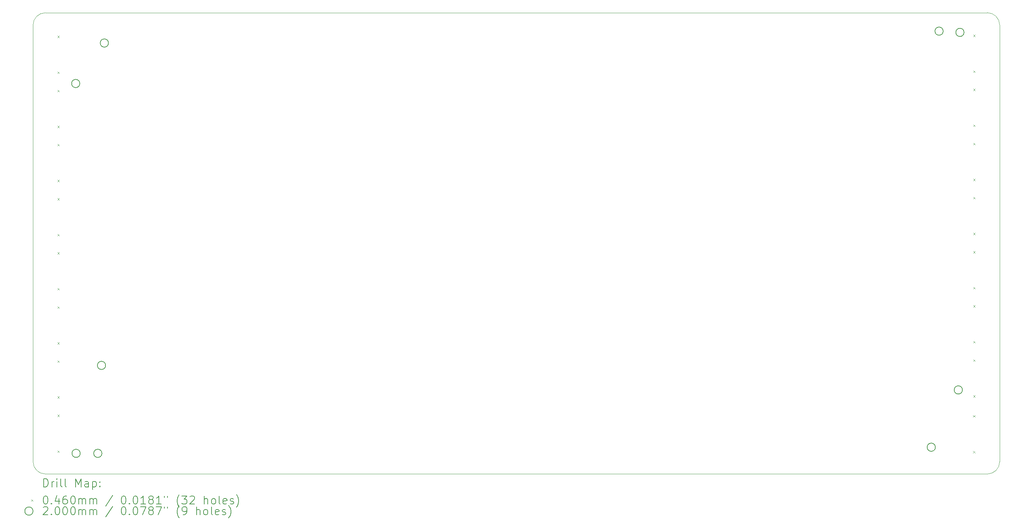
<source format=gbr>
%TF.GenerationSoftware,KiCad,Pcbnew,8.0.3*%
%TF.CreationDate,2024-07-10T09:14:41+07:00*%
%TF.ProjectId,probe,70726f62-652e-46b6-9963-61645f706362,rev?*%
%TF.SameCoordinates,Original*%
%TF.FileFunction,Drillmap*%
%TF.FilePolarity,Positive*%
%FSLAX45Y45*%
G04 Gerber Fmt 4.5, Leading zero omitted, Abs format (unit mm)*
G04 Created by KiCad (PCBNEW 8.0.3) date 2024-07-10 09:14:41*
%MOMM*%
%LPD*%
G01*
G04 APERTURE LIST*
%ADD10C,0.050000*%
%ADD11C,0.200000*%
%ADD12C,0.100000*%
G04 APERTURE END LIST*
D10*
X14950000Y-13600000D02*
X37950000Y-13600000D01*
X14650000Y-24575000D02*
X14650000Y-13900000D01*
X38250000Y-13900000D02*
X38250000Y-24575000D01*
X37950000Y-24875000D02*
X14950000Y-24875000D01*
X37950000Y-13600000D02*
G75*
G02*
X38250000Y-13900000I0J-300000D01*
G01*
X14650000Y-13900000D02*
G75*
G02*
X14950000Y-13600000I300000J0D01*
G01*
X14950000Y-24875000D02*
G75*
G02*
X14650000Y-24575000I0J300000D01*
G01*
X38250000Y-24575000D02*
G75*
G02*
X37950000Y-24875000I-300000J0D01*
G01*
D11*
D12*
X15246000Y-14164000D02*
X15292000Y-14210000D01*
X15292000Y-14164000D02*
X15246000Y-14210000D01*
X15246000Y-15040000D02*
X15292000Y-15086000D01*
X15292000Y-15040000D02*
X15246000Y-15086000D01*
X15246000Y-15487000D02*
X15292000Y-15533000D01*
X15292000Y-15487000D02*
X15246000Y-15533000D01*
X15246000Y-16363000D02*
X15292000Y-16409000D01*
X15292000Y-16363000D02*
X15246000Y-16409000D01*
X15246000Y-16810000D02*
X15292000Y-16856000D01*
X15292000Y-16810000D02*
X15246000Y-16856000D01*
X15246000Y-17686000D02*
X15292000Y-17732000D01*
X15292000Y-17686000D02*
X15246000Y-17732000D01*
X15246000Y-18133000D02*
X15292000Y-18179000D01*
X15292000Y-18133000D02*
X15246000Y-18179000D01*
X15246000Y-19009000D02*
X15292000Y-19055000D01*
X15292000Y-19009000D02*
X15246000Y-19055000D01*
X15246000Y-19456000D02*
X15292000Y-19502000D01*
X15292000Y-19456000D02*
X15246000Y-19502000D01*
X15246000Y-20332000D02*
X15292000Y-20378000D01*
X15292000Y-20332000D02*
X15246000Y-20378000D01*
X15246000Y-20779000D02*
X15292000Y-20825000D01*
X15292000Y-20779000D02*
X15246000Y-20825000D01*
X15246000Y-21655000D02*
X15292000Y-21701000D01*
X15292000Y-21655000D02*
X15246000Y-21701000D01*
X15246000Y-22102000D02*
X15292000Y-22148000D01*
X15292000Y-22102000D02*
X15246000Y-22148000D01*
X15246000Y-22978000D02*
X15292000Y-23024000D01*
X15292000Y-22978000D02*
X15246000Y-23024000D01*
X15246000Y-23425000D02*
X15292000Y-23471000D01*
X15292000Y-23425000D02*
X15246000Y-23471000D01*
X15246000Y-24301000D02*
X15292000Y-24347000D01*
X15292000Y-24301000D02*
X15246000Y-24347000D01*
X37601000Y-23439000D02*
X37647000Y-23485000D01*
X37647000Y-23439000D02*
X37601000Y-23485000D01*
X37601000Y-24315000D02*
X37647000Y-24361000D01*
X37647000Y-24315000D02*
X37601000Y-24361000D01*
X37605000Y-14136537D02*
X37651000Y-14182537D01*
X37651000Y-14136537D02*
X37605000Y-14182537D01*
X37605000Y-15012537D02*
X37651000Y-15058537D01*
X37651000Y-15012537D02*
X37605000Y-15058537D01*
X37605000Y-15459537D02*
X37651000Y-15505537D01*
X37651000Y-15459537D02*
X37605000Y-15505537D01*
X37605000Y-16335537D02*
X37651000Y-16381537D01*
X37651000Y-16335537D02*
X37605000Y-16381537D01*
X37605000Y-16782538D02*
X37651000Y-16828538D01*
X37651000Y-16782538D02*
X37605000Y-16828538D01*
X37605000Y-17658538D02*
X37651000Y-17704538D01*
X37651000Y-17658538D02*
X37605000Y-17704538D01*
X37605000Y-18105538D02*
X37651000Y-18151538D01*
X37651000Y-18105538D02*
X37605000Y-18151538D01*
X37605000Y-18981538D02*
X37651000Y-19027538D01*
X37651000Y-18981538D02*
X37605000Y-19027538D01*
X37605000Y-19428538D02*
X37651000Y-19474538D01*
X37651000Y-19428538D02*
X37605000Y-19474538D01*
X37605000Y-20304538D02*
X37651000Y-20350538D01*
X37651000Y-20304538D02*
X37605000Y-20350538D01*
X37605000Y-20751538D02*
X37651000Y-20797538D01*
X37651000Y-20751538D02*
X37605000Y-20797538D01*
X37605000Y-21627538D02*
X37651000Y-21673538D01*
X37651000Y-21627538D02*
X37605000Y-21673538D01*
X37605000Y-22074538D02*
X37651000Y-22120538D01*
X37651000Y-22074538D02*
X37605000Y-22120538D01*
X37605000Y-22950537D02*
X37651000Y-22996537D01*
X37651000Y-22950537D02*
X37605000Y-22996537D01*
D11*
X15790000Y-15330000D02*
G75*
G02*
X15590000Y-15330000I-100000J0D01*
G01*
X15590000Y-15330000D02*
G75*
G02*
X15790000Y-15330000I100000J0D01*
G01*
X15800000Y-24370000D02*
G75*
G02*
X15600000Y-24370000I-100000J0D01*
G01*
X15600000Y-24370000D02*
G75*
G02*
X15800000Y-24370000I100000J0D01*
G01*
X16330000Y-24370000D02*
G75*
G02*
X16130000Y-24370000I-100000J0D01*
G01*
X16130000Y-24370000D02*
G75*
G02*
X16330000Y-24370000I100000J0D01*
G01*
X16420000Y-22220000D02*
G75*
G02*
X16220000Y-22220000I-100000J0D01*
G01*
X16220000Y-22220000D02*
G75*
G02*
X16420000Y-22220000I100000J0D01*
G01*
X16490000Y-14340000D02*
G75*
G02*
X16290000Y-14340000I-100000J0D01*
G01*
X16290000Y-14340000D02*
G75*
G02*
X16490000Y-14340000I100000J0D01*
G01*
X36680000Y-24220000D02*
G75*
G02*
X36480000Y-24220000I-100000J0D01*
G01*
X36480000Y-24220000D02*
G75*
G02*
X36680000Y-24220000I100000J0D01*
G01*
X36870000Y-14050000D02*
G75*
G02*
X36670000Y-14050000I-100000J0D01*
G01*
X36670000Y-14050000D02*
G75*
G02*
X36870000Y-14050000I100000J0D01*
G01*
X37340000Y-22820000D02*
G75*
G02*
X37140000Y-22820000I-100000J0D01*
G01*
X37140000Y-22820000D02*
G75*
G02*
X37340000Y-22820000I100000J0D01*
G01*
X37380000Y-14080000D02*
G75*
G02*
X37180000Y-14080000I-100000J0D01*
G01*
X37180000Y-14080000D02*
G75*
G02*
X37380000Y-14080000I100000J0D01*
G01*
X14908277Y-25188984D02*
X14908277Y-24988984D01*
X14908277Y-24988984D02*
X14955896Y-24988984D01*
X14955896Y-24988984D02*
X14984467Y-24998508D01*
X14984467Y-24998508D02*
X15003515Y-25017555D01*
X15003515Y-25017555D02*
X15013039Y-25036603D01*
X15013039Y-25036603D02*
X15022562Y-25074698D01*
X15022562Y-25074698D02*
X15022562Y-25103269D01*
X15022562Y-25103269D02*
X15013039Y-25141365D01*
X15013039Y-25141365D02*
X15003515Y-25160412D01*
X15003515Y-25160412D02*
X14984467Y-25179460D01*
X14984467Y-25179460D02*
X14955896Y-25188984D01*
X14955896Y-25188984D02*
X14908277Y-25188984D01*
X15108277Y-25188984D02*
X15108277Y-25055650D01*
X15108277Y-25093746D02*
X15117801Y-25074698D01*
X15117801Y-25074698D02*
X15127324Y-25065174D01*
X15127324Y-25065174D02*
X15146372Y-25055650D01*
X15146372Y-25055650D02*
X15165420Y-25055650D01*
X15232086Y-25188984D02*
X15232086Y-25055650D01*
X15232086Y-24988984D02*
X15222562Y-24998508D01*
X15222562Y-24998508D02*
X15232086Y-25008031D01*
X15232086Y-25008031D02*
X15241610Y-24998508D01*
X15241610Y-24998508D02*
X15232086Y-24988984D01*
X15232086Y-24988984D02*
X15232086Y-25008031D01*
X15355896Y-25188984D02*
X15336848Y-25179460D01*
X15336848Y-25179460D02*
X15327324Y-25160412D01*
X15327324Y-25160412D02*
X15327324Y-24988984D01*
X15460658Y-25188984D02*
X15441610Y-25179460D01*
X15441610Y-25179460D02*
X15432086Y-25160412D01*
X15432086Y-25160412D02*
X15432086Y-24988984D01*
X15689229Y-25188984D02*
X15689229Y-24988984D01*
X15689229Y-24988984D02*
X15755896Y-25131841D01*
X15755896Y-25131841D02*
X15822562Y-24988984D01*
X15822562Y-24988984D02*
X15822562Y-25188984D01*
X16003515Y-25188984D02*
X16003515Y-25084222D01*
X16003515Y-25084222D02*
X15993991Y-25065174D01*
X15993991Y-25065174D02*
X15974943Y-25055650D01*
X15974943Y-25055650D02*
X15936848Y-25055650D01*
X15936848Y-25055650D02*
X15917801Y-25065174D01*
X16003515Y-25179460D02*
X15984467Y-25188984D01*
X15984467Y-25188984D02*
X15936848Y-25188984D01*
X15936848Y-25188984D02*
X15917801Y-25179460D01*
X15917801Y-25179460D02*
X15908277Y-25160412D01*
X15908277Y-25160412D02*
X15908277Y-25141365D01*
X15908277Y-25141365D02*
X15917801Y-25122317D01*
X15917801Y-25122317D02*
X15936848Y-25112793D01*
X15936848Y-25112793D02*
X15984467Y-25112793D01*
X15984467Y-25112793D02*
X16003515Y-25103269D01*
X16098753Y-25055650D02*
X16098753Y-25255650D01*
X16098753Y-25065174D02*
X16117801Y-25055650D01*
X16117801Y-25055650D02*
X16155896Y-25055650D01*
X16155896Y-25055650D02*
X16174943Y-25065174D01*
X16174943Y-25065174D02*
X16184467Y-25074698D01*
X16184467Y-25074698D02*
X16193991Y-25093746D01*
X16193991Y-25093746D02*
X16193991Y-25150888D01*
X16193991Y-25150888D02*
X16184467Y-25169936D01*
X16184467Y-25169936D02*
X16174943Y-25179460D01*
X16174943Y-25179460D02*
X16155896Y-25188984D01*
X16155896Y-25188984D02*
X16117801Y-25188984D01*
X16117801Y-25188984D02*
X16098753Y-25179460D01*
X16279705Y-25169936D02*
X16289229Y-25179460D01*
X16289229Y-25179460D02*
X16279705Y-25188984D01*
X16279705Y-25188984D02*
X16270182Y-25179460D01*
X16270182Y-25179460D02*
X16279705Y-25169936D01*
X16279705Y-25169936D02*
X16279705Y-25188984D01*
X16279705Y-25065174D02*
X16289229Y-25074698D01*
X16289229Y-25074698D02*
X16279705Y-25084222D01*
X16279705Y-25084222D02*
X16270182Y-25074698D01*
X16270182Y-25074698D02*
X16279705Y-25065174D01*
X16279705Y-25065174D02*
X16279705Y-25084222D01*
D12*
X14601500Y-25494500D02*
X14647500Y-25540500D01*
X14647500Y-25494500D02*
X14601500Y-25540500D01*
D11*
X14946372Y-25408984D02*
X14965420Y-25408984D01*
X14965420Y-25408984D02*
X14984467Y-25418508D01*
X14984467Y-25418508D02*
X14993991Y-25428031D01*
X14993991Y-25428031D02*
X15003515Y-25447079D01*
X15003515Y-25447079D02*
X15013039Y-25485174D01*
X15013039Y-25485174D02*
X15013039Y-25532793D01*
X15013039Y-25532793D02*
X15003515Y-25570888D01*
X15003515Y-25570888D02*
X14993991Y-25589936D01*
X14993991Y-25589936D02*
X14984467Y-25599460D01*
X14984467Y-25599460D02*
X14965420Y-25608984D01*
X14965420Y-25608984D02*
X14946372Y-25608984D01*
X14946372Y-25608984D02*
X14927324Y-25599460D01*
X14927324Y-25599460D02*
X14917801Y-25589936D01*
X14917801Y-25589936D02*
X14908277Y-25570888D01*
X14908277Y-25570888D02*
X14898753Y-25532793D01*
X14898753Y-25532793D02*
X14898753Y-25485174D01*
X14898753Y-25485174D02*
X14908277Y-25447079D01*
X14908277Y-25447079D02*
X14917801Y-25428031D01*
X14917801Y-25428031D02*
X14927324Y-25418508D01*
X14927324Y-25418508D02*
X14946372Y-25408984D01*
X15098753Y-25589936D02*
X15108277Y-25599460D01*
X15108277Y-25599460D02*
X15098753Y-25608984D01*
X15098753Y-25608984D02*
X15089229Y-25599460D01*
X15089229Y-25599460D02*
X15098753Y-25589936D01*
X15098753Y-25589936D02*
X15098753Y-25608984D01*
X15279705Y-25475650D02*
X15279705Y-25608984D01*
X15232086Y-25399460D02*
X15184467Y-25542317D01*
X15184467Y-25542317D02*
X15308277Y-25542317D01*
X15470182Y-25408984D02*
X15432086Y-25408984D01*
X15432086Y-25408984D02*
X15413039Y-25418508D01*
X15413039Y-25418508D02*
X15403515Y-25428031D01*
X15403515Y-25428031D02*
X15384467Y-25456603D01*
X15384467Y-25456603D02*
X15374943Y-25494698D01*
X15374943Y-25494698D02*
X15374943Y-25570888D01*
X15374943Y-25570888D02*
X15384467Y-25589936D01*
X15384467Y-25589936D02*
X15393991Y-25599460D01*
X15393991Y-25599460D02*
X15413039Y-25608984D01*
X15413039Y-25608984D02*
X15451134Y-25608984D01*
X15451134Y-25608984D02*
X15470182Y-25599460D01*
X15470182Y-25599460D02*
X15479705Y-25589936D01*
X15479705Y-25589936D02*
X15489229Y-25570888D01*
X15489229Y-25570888D02*
X15489229Y-25523269D01*
X15489229Y-25523269D02*
X15479705Y-25504222D01*
X15479705Y-25504222D02*
X15470182Y-25494698D01*
X15470182Y-25494698D02*
X15451134Y-25485174D01*
X15451134Y-25485174D02*
X15413039Y-25485174D01*
X15413039Y-25485174D02*
X15393991Y-25494698D01*
X15393991Y-25494698D02*
X15384467Y-25504222D01*
X15384467Y-25504222D02*
X15374943Y-25523269D01*
X15613039Y-25408984D02*
X15632086Y-25408984D01*
X15632086Y-25408984D02*
X15651134Y-25418508D01*
X15651134Y-25418508D02*
X15660658Y-25428031D01*
X15660658Y-25428031D02*
X15670182Y-25447079D01*
X15670182Y-25447079D02*
X15679705Y-25485174D01*
X15679705Y-25485174D02*
X15679705Y-25532793D01*
X15679705Y-25532793D02*
X15670182Y-25570888D01*
X15670182Y-25570888D02*
X15660658Y-25589936D01*
X15660658Y-25589936D02*
X15651134Y-25599460D01*
X15651134Y-25599460D02*
X15632086Y-25608984D01*
X15632086Y-25608984D02*
X15613039Y-25608984D01*
X15613039Y-25608984D02*
X15593991Y-25599460D01*
X15593991Y-25599460D02*
X15584467Y-25589936D01*
X15584467Y-25589936D02*
X15574943Y-25570888D01*
X15574943Y-25570888D02*
X15565420Y-25532793D01*
X15565420Y-25532793D02*
X15565420Y-25485174D01*
X15565420Y-25485174D02*
X15574943Y-25447079D01*
X15574943Y-25447079D02*
X15584467Y-25428031D01*
X15584467Y-25428031D02*
X15593991Y-25418508D01*
X15593991Y-25418508D02*
X15613039Y-25408984D01*
X15765420Y-25608984D02*
X15765420Y-25475650D01*
X15765420Y-25494698D02*
X15774943Y-25485174D01*
X15774943Y-25485174D02*
X15793991Y-25475650D01*
X15793991Y-25475650D02*
X15822563Y-25475650D01*
X15822563Y-25475650D02*
X15841610Y-25485174D01*
X15841610Y-25485174D02*
X15851134Y-25504222D01*
X15851134Y-25504222D02*
X15851134Y-25608984D01*
X15851134Y-25504222D02*
X15860658Y-25485174D01*
X15860658Y-25485174D02*
X15879705Y-25475650D01*
X15879705Y-25475650D02*
X15908277Y-25475650D01*
X15908277Y-25475650D02*
X15927324Y-25485174D01*
X15927324Y-25485174D02*
X15936848Y-25504222D01*
X15936848Y-25504222D02*
X15936848Y-25608984D01*
X16032086Y-25608984D02*
X16032086Y-25475650D01*
X16032086Y-25494698D02*
X16041610Y-25485174D01*
X16041610Y-25485174D02*
X16060658Y-25475650D01*
X16060658Y-25475650D02*
X16089229Y-25475650D01*
X16089229Y-25475650D02*
X16108277Y-25485174D01*
X16108277Y-25485174D02*
X16117801Y-25504222D01*
X16117801Y-25504222D02*
X16117801Y-25608984D01*
X16117801Y-25504222D02*
X16127324Y-25485174D01*
X16127324Y-25485174D02*
X16146372Y-25475650D01*
X16146372Y-25475650D02*
X16174943Y-25475650D01*
X16174943Y-25475650D02*
X16193991Y-25485174D01*
X16193991Y-25485174D02*
X16203515Y-25504222D01*
X16203515Y-25504222D02*
X16203515Y-25608984D01*
X16593991Y-25399460D02*
X16422563Y-25656603D01*
X16851134Y-25408984D02*
X16870182Y-25408984D01*
X16870182Y-25408984D02*
X16889229Y-25418508D01*
X16889229Y-25418508D02*
X16898753Y-25428031D01*
X16898753Y-25428031D02*
X16908277Y-25447079D01*
X16908277Y-25447079D02*
X16917801Y-25485174D01*
X16917801Y-25485174D02*
X16917801Y-25532793D01*
X16917801Y-25532793D02*
X16908277Y-25570888D01*
X16908277Y-25570888D02*
X16898753Y-25589936D01*
X16898753Y-25589936D02*
X16889229Y-25599460D01*
X16889229Y-25599460D02*
X16870182Y-25608984D01*
X16870182Y-25608984D02*
X16851134Y-25608984D01*
X16851134Y-25608984D02*
X16832087Y-25599460D01*
X16832087Y-25599460D02*
X16822563Y-25589936D01*
X16822563Y-25589936D02*
X16813039Y-25570888D01*
X16813039Y-25570888D02*
X16803515Y-25532793D01*
X16803515Y-25532793D02*
X16803515Y-25485174D01*
X16803515Y-25485174D02*
X16813039Y-25447079D01*
X16813039Y-25447079D02*
X16822563Y-25428031D01*
X16822563Y-25428031D02*
X16832087Y-25418508D01*
X16832087Y-25418508D02*
X16851134Y-25408984D01*
X17003515Y-25589936D02*
X17013039Y-25599460D01*
X17013039Y-25599460D02*
X17003515Y-25608984D01*
X17003515Y-25608984D02*
X16993991Y-25599460D01*
X16993991Y-25599460D02*
X17003515Y-25589936D01*
X17003515Y-25589936D02*
X17003515Y-25608984D01*
X17136848Y-25408984D02*
X17155896Y-25408984D01*
X17155896Y-25408984D02*
X17174944Y-25418508D01*
X17174944Y-25418508D02*
X17184468Y-25428031D01*
X17184468Y-25428031D02*
X17193991Y-25447079D01*
X17193991Y-25447079D02*
X17203515Y-25485174D01*
X17203515Y-25485174D02*
X17203515Y-25532793D01*
X17203515Y-25532793D02*
X17193991Y-25570888D01*
X17193991Y-25570888D02*
X17184468Y-25589936D01*
X17184468Y-25589936D02*
X17174944Y-25599460D01*
X17174944Y-25599460D02*
X17155896Y-25608984D01*
X17155896Y-25608984D02*
X17136848Y-25608984D01*
X17136848Y-25608984D02*
X17117801Y-25599460D01*
X17117801Y-25599460D02*
X17108277Y-25589936D01*
X17108277Y-25589936D02*
X17098753Y-25570888D01*
X17098753Y-25570888D02*
X17089229Y-25532793D01*
X17089229Y-25532793D02*
X17089229Y-25485174D01*
X17089229Y-25485174D02*
X17098753Y-25447079D01*
X17098753Y-25447079D02*
X17108277Y-25428031D01*
X17108277Y-25428031D02*
X17117801Y-25418508D01*
X17117801Y-25418508D02*
X17136848Y-25408984D01*
X17393991Y-25608984D02*
X17279706Y-25608984D01*
X17336848Y-25608984D02*
X17336848Y-25408984D01*
X17336848Y-25408984D02*
X17317801Y-25437555D01*
X17317801Y-25437555D02*
X17298753Y-25456603D01*
X17298753Y-25456603D02*
X17279706Y-25466127D01*
X17508277Y-25494698D02*
X17489229Y-25485174D01*
X17489229Y-25485174D02*
X17479706Y-25475650D01*
X17479706Y-25475650D02*
X17470182Y-25456603D01*
X17470182Y-25456603D02*
X17470182Y-25447079D01*
X17470182Y-25447079D02*
X17479706Y-25428031D01*
X17479706Y-25428031D02*
X17489229Y-25418508D01*
X17489229Y-25418508D02*
X17508277Y-25408984D01*
X17508277Y-25408984D02*
X17546372Y-25408984D01*
X17546372Y-25408984D02*
X17565420Y-25418508D01*
X17565420Y-25418508D02*
X17574944Y-25428031D01*
X17574944Y-25428031D02*
X17584468Y-25447079D01*
X17584468Y-25447079D02*
X17584468Y-25456603D01*
X17584468Y-25456603D02*
X17574944Y-25475650D01*
X17574944Y-25475650D02*
X17565420Y-25485174D01*
X17565420Y-25485174D02*
X17546372Y-25494698D01*
X17546372Y-25494698D02*
X17508277Y-25494698D01*
X17508277Y-25494698D02*
X17489229Y-25504222D01*
X17489229Y-25504222D02*
X17479706Y-25513746D01*
X17479706Y-25513746D02*
X17470182Y-25532793D01*
X17470182Y-25532793D02*
X17470182Y-25570888D01*
X17470182Y-25570888D02*
X17479706Y-25589936D01*
X17479706Y-25589936D02*
X17489229Y-25599460D01*
X17489229Y-25599460D02*
X17508277Y-25608984D01*
X17508277Y-25608984D02*
X17546372Y-25608984D01*
X17546372Y-25608984D02*
X17565420Y-25599460D01*
X17565420Y-25599460D02*
X17574944Y-25589936D01*
X17574944Y-25589936D02*
X17584468Y-25570888D01*
X17584468Y-25570888D02*
X17584468Y-25532793D01*
X17584468Y-25532793D02*
X17574944Y-25513746D01*
X17574944Y-25513746D02*
X17565420Y-25504222D01*
X17565420Y-25504222D02*
X17546372Y-25494698D01*
X17774944Y-25608984D02*
X17660658Y-25608984D01*
X17717801Y-25608984D02*
X17717801Y-25408984D01*
X17717801Y-25408984D02*
X17698753Y-25437555D01*
X17698753Y-25437555D02*
X17679706Y-25456603D01*
X17679706Y-25456603D02*
X17660658Y-25466127D01*
X17851134Y-25408984D02*
X17851134Y-25447079D01*
X17927325Y-25408984D02*
X17927325Y-25447079D01*
X18222563Y-25685174D02*
X18213039Y-25675650D01*
X18213039Y-25675650D02*
X18193991Y-25647079D01*
X18193991Y-25647079D02*
X18184468Y-25628031D01*
X18184468Y-25628031D02*
X18174944Y-25599460D01*
X18174944Y-25599460D02*
X18165420Y-25551841D01*
X18165420Y-25551841D02*
X18165420Y-25513746D01*
X18165420Y-25513746D02*
X18174944Y-25466127D01*
X18174944Y-25466127D02*
X18184468Y-25437555D01*
X18184468Y-25437555D02*
X18193991Y-25418508D01*
X18193991Y-25418508D02*
X18213039Y-25389936D01*
X18213039Y-25389936D02*
X18222563Y-25380412D01*
X18279706Y-25408984D02*
X18403515Y-25408984D01*
X18403515Y-25408984D02*
X18336849Y-25485174D01*
X18336849Y-25485174D02*
X18365420Y-25485174D01*
X18365420Y-25485174D02*
X18384468Y-25494698D01*
X18384468Y-25494698D02*
X18393991Y-25504222D01*
X18393991Y-25504222D02*
X18403515Y-25523269D01*
X18403515Y-25523269D02*
X18403515Y-25570888D01*
X18403515Y-25570888D02*
X18393991Y-25589936D01*
X18393991Y-25589936D02*
X18384468Y-25599460D01*
X18384468Y-25599460D02*
X18365420Y-25608984D01*
X18365420Y-25608984D02*
X18308277Y-25608984D01*
X18308277Y-25608984D02*
X18289230Y-25599460D01*
X18289230Y-25599460D02*
X18279706Y-25589936D01*
X18479706Y-25428031D02*
X18489230Y-25418508D01*
X18489230Y-25418508D02*
X18508277Y-25408984D01*
X18508277Y-25408984D02*
X18555896Y-25408984D01*
X18555896Y-25408984D02*
X18574944Y-25418508D01*
X18574944Y-25418508D02*
X18584468Y-25428031D01*
X18584468Y-25428031D02*
X18593991Y-25447079D01*
X18593991Y-25447079D02*
X18593991Y-25466127D01*
X18593991Y-25466127D02*
X18584468Y-25494698D01*
X18584468Y-25494698D02*
X18470182Y-25608984D01*
X18470182Y-25608984D02*
X18593991Y-25608984D01*
X18832087Y-25608984D02*
X18832087Y-25408984D01*
X18917801Y-25608984D02*
X18917801Y-25504222D01*
X18917801Y-25504222D02*
X18908277Y-25485174D01*
X18908277Y-25485174D02*
X18889230Y-25475650D01*
X18889230Y-25475650D02*
X18860658Y-25475650D01*
X18860658Y-25475650D02*
X18841611Y-25485174D01*
X18841611Y-25485174D02*
X18832087Y-25494698D01*
X19041611Y-25608984D02*
X19022563Y-25599460D01*
X19022563Y-25599460D02*
X19013039Y-25589936D01*
X19013039Y-25589936D02*
X19003515Y-25570888D01*
X19003515Y-25570888D02*
X19003515Y-25513746D01*
X19003515Y-25513746D02*
X19013039Y-25494698D01*
X19013039Y-25494698D02*
X19022563Y-25485174D01*
X19022563Y-25485174D02*
X19041611Y-25475650D01*
X19041611Y-25475650D02*
X19070182Y-25475650D01*
X19070182Y-25475650D02*
X19089230Y-25485174D01*
X19089230Y-25485174D02*
X19098753Y-25494698D01*
X19098753Y-25494698D02*
X19108277Y-25513746D01*
X19108277Y-25513746D02*
X19108277Y-25570888D01*
X19108277Y-25570888D02*
X19098753Y-25589936D01*
X19098753Y-25589936D02*
X19089230Y-25599460D01*
X19089230Y-25599460D02*
X19070182Y-25608984D01*
X19070182Y-25608984D02*
X19041611Y-25608984D01*
X19222563Y-25608984D02*
X19203515Y-25599460D01*
X19203515Y-25599460D02*
X19193992Y-25580412D01*
X19193992Y-25580412D02*
X19193992Y-25408984D01*
X19374944Y-25599460D02*
X19355896Y-25608984D01*
X19355896Y-25608984D02*
X19317801Y-25608984D01*
X19317801Y-25608984D02*
X19298753Y-25599460D01*
X19298753Y-25599460D02*
X19289230Y-25580412D01*
X19289230Y-25580412D02*
X19289230Y-25504222D01*
X19289230Y-25504222D02*
X19298753Y-25485174D01*
X19298753Y-25485174D02*
X19317801Y-25475650D01*
X19317801Y-25475650D02*
X19355896Y-25475650D01*
X19355896Y-25475650D02*
X19374944Y-25485174D01*
X19374944Y-25485174D02*
X19384468Y-25504222D01*
X19384468Y-25504222D02*
X19384468Y-25523269D01*
X19384468Y-25523269D02*
X19289230Y-25542317D01*
X19460658Y-25599460D02*
X19479706Y-25608984D01*
X19479706Y-25608984D02*
X19517801Y-25608984D01*
X19517801Y-25608984D02*
X19536849Y-25599460D01*
X19536849Y-25599460D02*
X19546373Y-25580412D01*
X19546373Y-25580412D02*
X19546373Y-25570888D01*
X19546373Y-25570888D02*
X19536849Y-25551841D01*
X19536849Y-25551841D02*
X19517801Y-25542317D01*
X19517801Y-25542317D02*
X19489230Y-25542317D01*
X19489230Y-25542317D02*
X19470182Y-25532793D01*
X19470182Y-25532793D02*
X19460658Y-25513746D01*
X19460658Y-25513746D02*
X19460658Y-25504222D01*
X19460658Y-25504222D02*
X19470182Y-25485174D01*
X19470182Y-25485174D02*
X19489230Y-25475650D01*
X19489230Y-25475650D02*
X19517801Y-25475650D01*
X19517801Y-25475650D02*
X19536849Y-25485174D01*
X19613039Y-25685174D02*
X19622563Y-25675650D01*
X19622563Y-25675650D02*
X19641611Y-25647079D01*
X19641611Y-25647079D02*
X19651134Y-25628031D01*
X19651134Y-25628031D02*
X19660658Y-25599460D01*
X19660658Y-25599460D02*
X19670182Y-25551841D01*
X19670182Y-25551841D02*
X19670182Y-25513746D01*
X19670182Y-25513746D02*
X19660658Y-25466127D01*
X19660658Y-25466127D02*
X19651134Y-25437555D01*
X19651134Y-25437555D02*
X19641611Y-25418508D01*
X19641611Y-25418508D02*
X19622563Y-25389936D01*
X19622563Y-25389936D02*
X19613039Y-25380412D01*
X14647500Y-25781500D02*
G75*
G02*
X14447500Y-25781500I-100000J0D01*
G01*
X14447500Y-25781500D02*
G75*
G02*
X14647500Y-25781500I100000J0D01*
G01*
X14898753Y-25692031D02*
X14908277Y-25682508D01*
X14908277Y-25682508D02*
X14927324Y-25672984D01*
X14927324Y-25672984D02*
X14974943Y-25672984D01*
X14974943Y-25672984D02*
X14993991Y-25682508D01*
X14993991Y-25682508D02*
X15003515Y-25692031D01*
X15003515Y-25692031D02*
X15013039Y-25711079D01*
X15013039Y-25711079D02*
X15013039Y-25730127D01*
X15013039Y-25730127D02*
X15003515Y-25758698D01*
X15003515Y-25758698D02*
X14889229Y-25872984D01*
X14889229Y-25872984D02*
X15013039Y-25872984D01*
X15098753Y-25853936D02*
X15108277Y-25863460D01*
X15108277Y-25863460D02*
X15098753Y-25872984D01*
X15098753Y-25872984D02*
X15089229Y-25863460D01*
X15089229Y-25863460D02*
X15098753Y-25853936D01*
X15098753Y-25853936D02*
X15098753Y-25872984D01*
X15232086Y-25672984D02*
X15251134Y-25672984D01*
X15251134Y-25672984D02*
X15270182Y-25682508D01*
X15270182Y-25682508D02*
X15279705Y-25692031D01*
X15279705Y-25692031D02*
X15289229Y-25711079D01*
X15289229Y-25711079D02*
X15298753Y-25749174D01*
X15298753Y-25749174D02*
X15298753Y-25796793D01*
X15298753Y-25796793D02*
X15289229Y-25834888D01*
X15289229Y-25834888D02*
X15279705Y-25853936D01*
X15279705Y-25853936D02*
X15270182Y-25863460D01*
X15270182Y-25863460D02*
X15251134Y-25872984D01*
X15251134Y-25872984D02*
X15232086Y-25872984D01*
X15232086Y-25872984D02*
X15213039Y-25863460D01*
X15213039Y-25863460D02*
X15203515Y-25853936D01*
X15203515Y-25853936D02*
X15193991Y-25834888D01*
X15193991Y-25834888D02*
X15184467Y-25796793D01*
X15184467Y-25796793D02*
X15184467Y-25749174D01*
X15184467Y-25749174D02*
X15193991Y-25711079D01*
X15193991Y-25711079D02*
X15203515Y-25692031D01*
X15203515Y-25692031D02*
X15213039Y-25682508D01*
X15213039Y-25682508D02*
X15232086Y-25672984D01*
X15422562Y-25672984D02*
X15441610Y-25672984D01*
X15441610Y-25672984D02*
X15460658Y-25682508D01*
X15460658Y-25682508D02*
X15470182Y-25692031D01*
X15470182Y-25692031D02*
X15479705Y-25711079D01*
X15479705Y-25711079D02*
X15489229Y-25749174D01*
X15489229Y-25749174D02*
X15489229Y-25796793D01*
X15489229Y-25796793D02*
X15479705Y-25834888D01*
X15479705Y-25834888D02*
X15470182Y-25853936D01*
X15470182Y-25853936D02*
X15460658Y-25863460D01*
X15460658Y-25863460D02*
X15441610Y-25872984D01*
X15441610Y-25872984D02*
X15422562Y-25872984D01*
X15422562Y-25872984D02*
X15403515Y-25863460D01*
X15403515Y-25863460D02*
X15393991Y-25853936D01*
X15393991Y-25853936D02*
X15384467Y-25834888D01*
X15384467Y-25834888D02*
X15374943Y-25796793D01*
X15374943Y-25796793D02*
X15374943Y-25749174D01*
X15374943Y-25749174D02*
X15384467Y-25711079D01*
X15384467Y-25711079D02*
X15393991Y-25692031D01*
X15393991Y-25692031D02*
X15403515Y-25682508D01*
X15403515Y-25682508D02*
X15422562Y-25672984D01*
X15613039Y-25672984D02*
X15632086Y-25672984D01*
X15632086Y-25672984D02*
X15651134Y-25682508D01*
X15651134Y-25682508D02*
X15660658Y-25692031D01*
X15660658Y-25692031D02*
X15670182Y-25711079D01*
X15670182Y-25711079D02*
X15679705Y-25749174D01*
X15679705Y-25749174D02*
X15679705Y-25796793D01*
X15679705Y-25796793D02*
X15670182Y-25834888D01*
X15670182Y-25834888D02*
X15660658Y-25853936D01*
X15660658Y-25853936D02*
X15651134Y-25863460D01*
X15651134Y-25863460D02*
X15632086Y-25872984D01*
X15632086Y-25872984D02*
X15613039Y-25872984D01*
X15613039Y-25872984D02*
X15593991Y-25863460D01*
X15593991Y-25863460D02*
X15584467Y-25853936D01*
X15584467Y-25853936D02*
X15574943Y-25834888D01*
X15574943Y-25834888D02*
X15565420Y-25796793D01*
X15565420Y-25796793D02*
X15565420Y-25749174D01*
X15565420Y-25749174D02*
X15574943Y-25711079D01*
X15574943Y-25711079D02*
X15584467Y-25692031D01*
X15584467Y-25692031D02*
X15593991Y-25682508D01*
X15593991Y-25682508D02*
X15613039Y-25672984D01*
X15765420Y-25872984D02*
X15765420Y-25739650D01*
X15765420Y-25758698D02*
X15774943Y-25749174D01*
X15774943Y-25749174D02*
X15793991Y-25739650D01*
X15793991Y-25739650D02*
X15822563Y-25739650D01*
X15822563Y-25739650D02*
X15841610Y-25749174D01*
X15841610Y-25749174D02*
X15851134Y-25768222D01*
X15851134Y-25768222D02*
X15851134Y-25872984D01*
X15851134Y-25768222D02*
X15860658Y-25749174D01*
X15860658Y-25749174D02*
X15879705Y-25739650D01*
X15879705Y-25739650D02*
X15908277Y-25739650D01*
X15908277Y-25739650D02*
X15927324Y-25749174D01*
X15927324Y-25749174D02*
X15936848Y-25768222D01*
X15936848Y-25768222D02*
X15936848Y-25872984D01*
X16032086Y-25872984D02*
X16032086Y-25739650D01*
X16032086Y-25758698D02*
X16041610Y-25749174D01*
X16041610Y-25749174D02*
X16060658Y-25739650D01*
X16060658Y-25739650D02*
X16089229Y-25739650D01*
X16089229Y-25739650D02*
X16108277Y-25749174D01*
X16108277Y-25749174D02*
X16117801Y-25768222D01*
X16117801Y-25768222D02*
X16117801Y-25872984D01*
X16117801Y-25768222D02*
X16127324Y-25749174D01*
X16127324Y-25749174D02*
X16146372Y-25739650D01*
X16146372Y-25739650D02*
X16174943Y-25739650D01*
X16174943Y-25739650D02*
X16193991Y-25749174D01*
X16193991Y-25749174D02*
X16203515Y-25768222D01*
X16203515Y-25768222D02*
X16203515Y-25872984D01*
X16593991Y-25663460D02*
X16422563Y-25920603D01*
X16851134Y-25672984D02*
X16870182Y-25672984D01*
X16870182Y-25672984D02*
X16889229Y-25682508D01*
X16889229Y-25682508D02*
X16898753Y-25692031D01*
X16898753Y-25692031D02*
X16908277Y-25711079D01*
X16908277Y-25711079D02*
X16917801Y-25749174D01*
X16917801Y-25749174D02*
X16917801Y-25796793D01*
X16917801Y-25796793D02*
X16908277Y-25834888D01*
X16908277Y-25834888D02*
X16898753Y-25853936D01*
X16898753Y-25853936D02*
X16889229Y-25863460D01*
X16889229Y-25863460D02*
X16870182Y-25872984D01*
X16870182Y-25872984D02*
X16851134Y-25872984D01*
X16851134Y-25872984D02*
X16832087Y-25863460D01*
X16832087Y-25863460D02*
X16822563Y-25853936D01*
X16822563Y-25853936D02*
X16813039Y-25834888D01*
X16813039Y-25834888D02*
X16803515Y-25796793D01*
X16803515Y-25796793D02*
X16803515Y-25749174D01*
X16803515Y-25749174D02*
X16813039Y-25711079D01*
X16813039Y-25711079D02*
X16822563Y-25692031D01*
X16822563Y-25692031D02*
X16832087Y-25682508D01*
X16832087Y-25682508D02*
X16851134Y-25672984D01*
X17003515Y-25853936D02*
X17013039Y-25863460D01*
X17013039Y-25863460D02*
X17003515Y-25872984D01*
X17003515Y-25872984D02*
X16993991Y-25863460D01*
X16993991Y-25863460D02*
X17003515Y-25853936D01*
X17003515Y-25853936D02*
X17003515Y-25872984D01*
X17136848Y-25672984D02*
X17155896Y-25672984D01*
X17155896Y-25672984D02*
X17174944Y-25682508D01*
X17174944Y-25682508D02*
X17184468Y-25692031D01*
X17184468Y-25692031D02*
X17193991Y-25711079D01*
X17193991Y-25711079D02*
X17203515Y-25749174D01*
X17203515Y-25749174D02*
X17203515Y-25796793D01*
X17203515Y-25796793D02*
X17193991Y-25834888D01*
X17193991Y-25834888D02*
X17184468Y-25853936D01*
X17184468Y-25853936D02*
X17174944Y-25863460D01*
X17174944Y-25863460D02*
X17155896Y-25872984D01*
X17155896Y-25872984D02*
X17136848Y-25872984D01*
X17136848Y-25872984D02*
X17117801Y-25863460D01*
X17117801Y-25863460D02*
X17108277Y-25853936D01*
X17108277Y-25853936D02*
X17098753Y-25834888D01*
X17098753Y-25834888D02*
X17089229Y-25796793D01*
X17089229Y-25796793D02*
X17089229Y-25749174D01*
X17089229Y-25749174D02*
X17098753Y-25711079D01*
X17098753Y-25711079D02*
X17108277Y-25692031D01*
X17108277Y-25692031D02*
X17117801Y-25682508D01*
X17117801Y-25682508D02*
X17136848Y-25672984D01*
X17270182Y-25672984D02*
X17403515Y-25672984D01*
X17403515Y-25672984D02*
X17317801Y-25872984D01*
X17508277Y-25758698D02*
X17489229Y-25749174D01*
X17489229Y-25749174D02*
X17479706Y-25739650D01*
X17479706Y-25739650D02*
X17470182Y-25720603D01*
X17470182Y-25720603D02*
X17470182Y-25711079D01*
X17470182Y-25711079D02*
X17479706Y-25692031D01*
X17479706Y-25692031D02*
X17489229Y-25682508D01*
X17489229Y-25682508D02*
X17508277Y-25672984D01*
X17508277Y-25672984D02*
X17546372Y-25672984D01*
X17546372Y-25672984D02*
X17565420Y-25682508D01*
X17565420Y-25682508D02*
X17574944Y-25692031D01*
X17574944Y-25692031D02*
X17584468Y-25711079D01*
X17584468Y-25711079D02*
X17584468Y-25720603D01*
X17584468Y-25720603D02*
X17574944Y-25739650D01*
X17574944Y-25739650D02*
X17565420Y-25749174D01*
X17565420Y-25749174D02*
X17546372Y-25758698D01*
X17546372Y-25758698D02*
X17508277Y-25758698D01*
X17508277Y-25758698D02*
X17489229Y-25768222D01*
X17489229Y-25768222D02*
X17479706Y-25777746D01*
X17479706Y-25777746D02*
X17470182Y-25796793D01*
X17470182Y-25796793D02*
X17470182Y-25834888D01*
X17470182Y-25834888D02*
X17479706Y-25853936D01*
X17479706Y-25853936D02*
X17489229Y-25863460D01*
X17489229Y-25863460D02*
X17508277Y-25872984D01*
X17508277Y-25872984D02*
X17546372Y-25872984D01*
X17546372Y-25872984D02*
X17565420Y-25863460D01*
X17565420Y-25863460D02*
X17574944Y-25853936D01*
X17574944Y-25853936D02*
X17584468Y-25834888D01*
X17584468Y-25834888D02*
X17584468Y-25796793D01*
X17584468Y-25796793D02*
X17574944Y-25777746D01*
X17574944Y-25777746D02*
X17565420Y-25768222D01*
X17565420Y-25768222D02*
X17546372Y-25758698D01*
X17651134Y-25672984D02*
X17784468Y-25672984D01*
X17784468Y-25672984D02*
X17698753Y-25872984D01*
X17851134Y-25672984D02*
X17851134Y-25711079D01*
X17927325Y-25672984D02*
X17927325Y-25711079D01*
X18222563Y-25949174D02*
X18213039Y-25939650D01*
X18213039Y-25939650D02*
X18193991Y-25911079D01*
X18193991Y-25911079D02*
X18184468Y-25892031D01*
X18184468Y-25892031D02*
X18174944Y-25863460D01*
X18174944Y-25863460D02*
X18165420Y-25815841D01*
X18165420Y-25815841D02*
X18165420Y-25777746D01*
X18165420Y-25777746D02*
X18174944Y-25730127D01*
X18174944Y-25730127D02*
X18184468Y-25701555D01*
X18184468Y-25701555D02*
X18193991Y-25682508D01*
X18193991Y-25682508D02*
X18213039Y-25653936D01*
X18213039Y-25653936D02*
X18222563Y-25644412D01*
X18308277Y-25872984D02*
X18346372Y-25872984D01*
X18346372Y-25872984D02*
X18365420Y-25863460D01*
X18365420Y-25863460D02*
X18374944Y-25853936D01*
X18374944Y-25853936D02*
X18393991Y-25825365D01*
X18393991Y-25825365D02*
X18403515Y-25787269D01*
X18403515Y-25787269D02*
X18403515Y-25711079D01*
X18403515Y-25711079D02*
X18393991Y-25692031D01*
X18393991Y-25692031D02*
X18384468Y-25682508D01*
X18384468Y-25682508D02*
X18365420Y-25672984D01*
X18365420Y-25672984D02*
X18327325Y-25672984D01*
X18327325Y-25672984D02*
X18308277Y-25682508D01*
X18308277Y-25682508D02*
X18298753Y-25692031D01*
X18298753Y-25692031D02*
X18289230Y-25711079D01*
X18289230Y-25711079D02*
X18289230Y-25758698D01*
X18289230Y-25758698D02*
X18298753Y-25777746D01*
X18298753Y-25777746D02*
X18308277Y-25787269D01*
X18308277Y-25787269D02*
X18327325Y-25796793D01*
X18327325Y-25796793D02*
X18365420Y-25796793D01*
X18365420Y-25796793D02*
X18384468Y-25787269D01*
X18384468Y-25787269D02*
X18393991Y-25777746D01*
X18393991Y-25777746D02*
X18403515Y-25758698D01*
X18641611Y-25872984D02*
X18641611Y-25672984D01*
X18727325Y-25872984D02*
X18727325Y-25768222D01*
X18727325Y-25768222D02*
X18717801Y-25749174D01*
X18717801Y-25749174D02*
X18698753Y-25739650D01*
X18698753Y-25739650D02*
X18670182Y-25739650D01*
X18670182Y-25739650D02*
X18651134Y-25749174D01*
X18651134Y-25749174D02*
X18641611Y-25758698D01*
X18851134Y-25872984D02*
X18832087Y-25863460D01*
X18832087Y-25863460D02*
X18822563Y-25853936D01*
X18822563Y-25853936D02*
X18813039Y-25834888D01*
X18813039Y-25834888D02*
X18813039Y-25777746D01*
X18813039Y-25777746D02*
X18822563Y-25758698D01*
X18822563Y-25758698D02*
X18832087Y-25749174D01*
X18832087Y-25749174D02*
X18851134Y-25739650D01*
X18851134Y-25739650D02*
X18879706Y-25739650D01*
X18879706Y-25739650D02*
X18898753Y-25749174D01*
X18898753Y-25749174D02*
X18908277Y-25758698D01*
X18908277Y-25758698D02*
X18917801Y-25777746D01*
X18917801Y-25777746D02*
X18917801Y-25834888D01*
X18917801Y-25834888D02*
X18908277Y-25853936D01*
X18908277Y-25853936D02*
X18898753Y-25863460D01*
X18898753Y-25863460D02*
X18879706Y-25872984D01*
X18879706Y-25872984D02*
X18851134Y-25872984D01*
X19032087Y-25872984D02*
X19013039Y-25863460D01*
X19013039Y-25863460D02*
X19003515Y-25844412D01*
X19003515Y-25844412D02*
X19003515Y-25672984D01*
X19184468Y-25863460D02*
X19165420Y-25872984D01*
X19165420Y-25872984D02*
X19127325Y-25872984D01*
X19127325Y-25872984D02*
X19108277Y-25863460D01*
X19108277Y-25863460D02*
X19098753Y-25844412D01*
X19098753Y-25844412D02*
X19098753Y-25768222D01*
X19098753Y-25768222D02*
X19108277Y-25749174D01*
X19108277Y-25749174D02*
X19127325Y-25739650D01*
X19127325Y-25739650D02*
X19165420Y-25739650D01*
X19165420Y-25739650D02*
X19184468Y-25749174D01*
X19184468Y-25749174D02*
X19193992Y-25768222D01*
X19193992Y-25768222D02*
X19193992Y-25787269D01*
X19193992Y-25787269D02*
X19098753Y-25806317D01*
X19270182Y-25863460D02*
X19289230Y-25872984D01*
X19289230Y-25872984D02*
X19327325Y-25872984D01*
X19327325Y-25872984D02*
X19346373Y-25863460D01*
X19346373Y-25863460D02*
X19355896Y-25844412D01*
X19355896Y-25844412D02*
X19355896Y-25834888D01*
X19355896Y-25834888D02*
X19346373Y-25815841D01*
X19346373Y-25815841D02*
X19327325Y-25806317D01*
X19327325Y-25806317D02*
X19298753Y-25806317D01*
X19298753Y-25806317D02*
X19279706Y-25796793D01*
X19279706Y-25796793D02*
X19270182Y-25777746D01*
X19270182Y-25777746D02*
X19270182Y-25768222D01*
X19270182Y-25768222D02*
X19279706Y-25749174D01*
X19279706Y-25749174D02*
X19298753Y-25739650D01*
X19298753Y-25739650D02*
X19327325Y-25739650D01*
X19327325Y-25739650D02*
X19346373Y-25749174D01*
X19422563Y-25949174D02*
X19432087Y-25939650D01*
X19432087Y-25939650D02*
X19451134Y-25911079D01*
X19451134Y-25911079D02*
X19460658Y-25892031D01*
X19460658Y-25892031D02*
X19470182Y-25863460D01*
X19470182Y-25863460D02*
X19479706Y-25815841D01*
X19479706Y-25815841D02*
X19479706Y-25777746D01*
X19479706Y-25777746D02*
X19470182Y-25730127D01*
X19470182Y-25730127D02*
X19460658Y-25701555D01*
X19460658Y-25701555D02*
X19451134Y-25682508D01*
X19451134Y-25682508D02*
X19432087Y-25653936D01*
X19432087Y-25653936D02*
X19422563Y-25644412D01*
M02*

</source>
